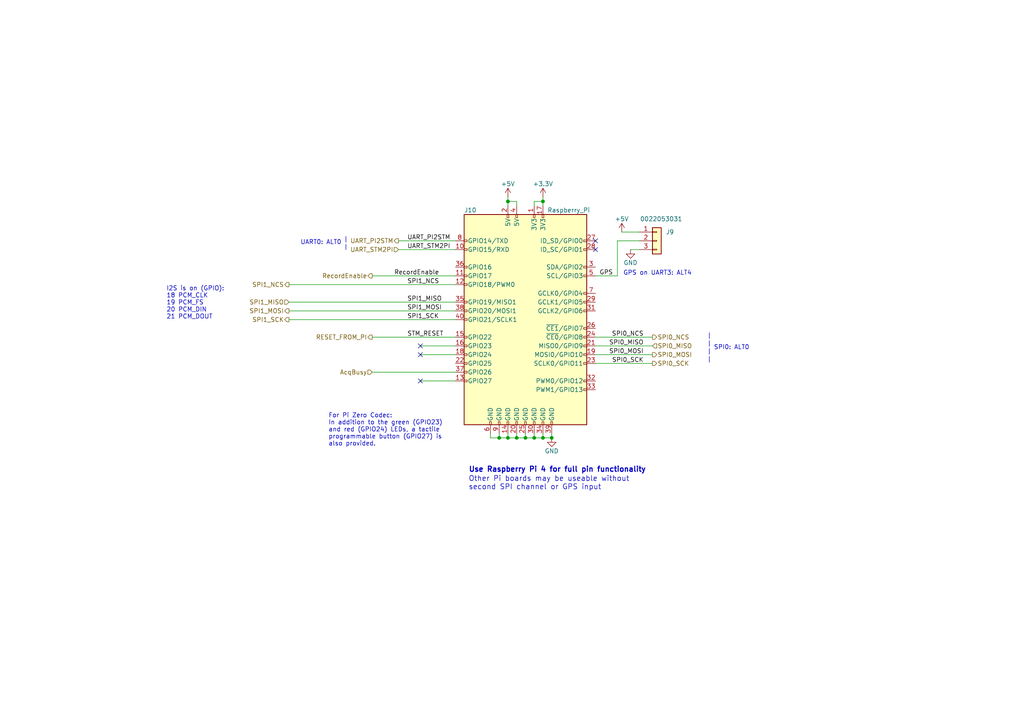
<source format=kicad_sch>
(kicad_sch (version 20230121) (generator eeschema)
  (paper "A4")
  (lib_symbols
    (symbol "Connector:Raspberry_Pi_2_3" (pin_names (offset 1.016))
      (property "Reference" "J" (at -17.78 31.75 0))
      (property "Value" "Raspberry_Pi_2_3" (at 10.16 -31.75 0))
      (symbol "Raspberry_Pi_2_3_0_1"
        (rectangle (start -17.78 30.48) (end 17.78 -30.48) (stroke (width 0.254)) (fill (type background)))
      )
      (symbol "Raspberry_Pi_2_3_1_1"
        (rectangle (start -16.891 -17.526) (end -17.78 -18.034))
        (rectangle (start -16.891 -14.986) (end -17.78 -15.494))
        (rectangle (start -16.891 -12.446) (end -17.78 -12.954))
        (rectangle (start -16.891 -9.906) (end -17.78 -10.414))
        (rectangle (start -16.891 -7.366) (end -17.78 -7.874))
        (rectangle (start -16.891 -4.826) (end -17.78 -5.334))
        (rectangle (start -16.891 0.254) (end -17.78 -0.254))
        (rectangle (start -16.891 2.794) (end -17.78 2.286))
        (rectangle (start -16.891 5.334) (end -17.78 4.826))
        (rectangle (start -16.891 10.414) (end -17.78 9.906))
        (rectangle (start -16.891 12.954) (end -17.78 12.446))
        (rectangle (start -16.891 15.494) (end -17.78 14.986))
        (rectangle (start -16.891 20.574) (end -17.78 20.066))
        (rectangle (start -16.891 23.114) (end -17.78 22.606))
        (rectangle (start -10.414 -29.591) (end -9.906 -30.48))
        (rectangle (start -7.874 -29.591) (end -7.366 -30.48))
        (rectangle (start -5.334 -29.591) (end -4.826 -30.48))
        (rectangle (start -5.334 30.48) (end -4.826 29.591))
        (rectangle (start -2.794 -29.591) (end -2.286 -30.48))
        (rectangle (start -2.794 30.48) (end -2.286 29.591))
        (rectangle (start -0.254 -29.591) (end 0.254 -30.48))
        (rectangle (start 2.286 -29.591) (end 2.794 -30.48))
        (rectangle (start 2.286 30.48) (end 2.794 29.591))
        (rectangle (start 4.826 -29.591) (end 5.334 -30.48))
        (rectangle (start 4.826 30.48) (end 5.334 29.591))
        (rectangle (start 7.366 -29.591) (end 7.874 -30.48))
        (rectangle (start 17.78 -20.066) (end 16.891 -20.574))
        (rectangle (start 17.78 -17.526) (end 16.891 -18.034))
        (rectangle (start 17.78 -12.446) (end 16.891 -12.954))
        (rectangle (start 17.78 -9.906) (end 16.891 -10.414))
        (rectangle (start 17.78 -7.366) (end 16.891 -7.874))
        (rectangle (start 17.78 -4.826) (end 16.891 -5.334))
        (rectangle (start 17.78 -2.286) (end 16.891 -2.794))
        (rectangle (start 17.78 2.794) (end 16.891 2.286))
        (rectangle (start 17.78 5.334) (end 16.891 4.826))
        (rectangle (start 17.78 7.874) (end 16.891 7.366))
        (rectangle (start 17.78 12.954) (end 16.891 12.446))
        (rectangle (start 17.78 15.494) (end 16.891 14.986))
        (rectangle (start 17.78 20.574) (end 16.891 20.066))
        (rectangle (start 17.78 23.114) (end 16.891 22.606))
        (pin power_in line (at 2.54 33.02 270) (length 2.54) (name "3V3") (number "1"))
        (pin bidirectional line (at -20.32 20.32 0) (length 2.54) (name "GPIO15/RXD") (number "10"))
        (pin bidirectional line (at -20.32 12.7 0) (length 2.54) (name "GPIO17") (number "11"))
        (pin bidirectional line (at -20.32 10.16 0) (length 2.54) (name "GPIO18/PWM0") (number "12"))
        (pin bidirectional line (at -20.32 -17.78 0) (length 2.54) (name "GPIO27") (number "13"))
        (pin power_in line (at -5.08 -33.02 90) (length 2.54) (name "GND") (number "14"))
        (pin bidirectional line (at -20.32 -5.08 0) (length 2.54) (name "GPIO22") (number "15"))
        (pin bidirectional line (at -20.32 -7.62 0) (length 2.54) (name "GPIO23") (number "16"))
        (pin power_in line (at 5.08 33.02 270) (length 2.54) (name "3V3") (number "17"))
        (pin bidirectional line (at -20.32 -10.16 0) (length 2.54) (name "GPIO24") (number "18"))
        (pin bidirectional line (at 20.32 -10.16 180) (length 2.54) (name "MOSI0/GPIO10") (number "19"))
        (pin power_in line (at -5.08 33.02 270) (length 2.54) (name "5V") (number "2"))
        (pin power_in line (at -2.54 -33.02 90) (length 2.54) (name "GND") (number "20"))
        (pin bidirectional line (at 20.32 -7.62 180) (length 2.54) (name "MISO0/GPIO9") (number "21"))
        (pin bidirectional line (at -20.32 -12.7 0) (length 2.54) (name "GPIO25") (number "22"))
        (pin bidirectional line (at 20.32 -12.7 180) (length 2.54) (name "SCLK0/GPIO11") (number "23"))
        (pin bidirectional line (at 20.32 -5.08 180) (length 2.54) (name "~{CE0}/GPIO8") (number "24"))
        (pin power_in line (at 0 -33.02 90) (length 2.54) (name "GND") (number "25"))
        (pin bidirectional line (at 20.32 -2.54 180) (length 2.54) (name "~{CE1}/GPIO7") (number "26"))
        (pin bidirectional line (at 20.32 22.86 180) (length 2.54) (name "ID_SD/GPIO0") (number "27"))
        (pin bidirectional line (at 20.32 20.32 180) (length 2.54) (name "ID_SC/GPIO1") (number "28"))
        (pin bidirectional line (at 20.32 5.08 180) (length 2.54) (name "GCLK1/GPIO5") (number "29"))
        (pin bidirectional line (at 20.32 15.24 180) (length 2.54) (name "SDA/GPIO2") (number "3"))
        (pin power_in line (at 2.54 -33.02 90) (length 2.54) (name "GND") (number "30"))
        (pin bidirectional line (at 20.32 2.54 180) (length 2.54) (name "GCLK2/GPIO6") (number "31"))
        (pin bidirectional line (at 20.32 -17.78 180) (length 2.54) (name "PWM0/GPIO12") (number "32"))
        (pin bidirectional line (at 20.32 -20.32 180) (length 2.54) (name "PWM1/GPIO13") (number "33"))
        (pin power_in line (at 5.08 -33.02 90) (length 2.54) (name "GND") (number "34"))
        (pin bidirectional line (at -20.32 5.08 0) (length 2.54) (name "GPIO19/MISO1") (number "35"))
        (pin bidirectional line (at -20.32 15.24 0) (length 2.54) (name "GPIO16") (number "36"))
        (pin bidirectional line (at -20.32 -15.24 0) (length 2.54) (name "GPIO26") (number "37"))
        (pin bidirectional line (at -20.32 2.54 0) (length 2.54) (name "GPIO20/MOSI1") (number "38"))
        (pin power_in line (at 7.62 -33.02 90) (length 2.54) (name "GND") (number "39"))
        (pin power_in line (at -2.54 33.02 270) (length 2.54) (name "5V") (number "4"))
        (pin bidirectional line (at -20.32 0 0) (length 2.54) (name "GPIO21/SCLK1") (number "40"))
        (pin bidirectional line (at 20.32 12.7 180) (length 2.54) (name "SCL/GPIO3") (number "5"))
        (pin power_in line (at -10.16 -33.02 90) (length 2.54) (name "GND") (number "6"))
        (pin bidirectional line (at 20.32 7.62 180) (length 2.54) (name "GCLK0/GPIO4") (number "7"))
        (pin bidirectional line (at -20.32 22.86 0) (length 2.54) (name "GPIO14/TXD") (number "8"))
        (pin power_in line (at -7.62 -33.02 90) (length 2.54) (name "GND") (number "9"))
      )
    )
    (symbol "Connector_Generic:Conn_01x03" (pin_names (offset 1.016) hide)
      (property "Reference" "J" (at 0 5.08 0))
      (property "Value" "Conn_01x03" (at 0 -5.08 0))
      (symbol "Conn_01x03_1_1"
        (rectangle (start -1.27 -2.413) (end 0 -2.667) (stroke (width 0.1524)))
        (rectangle (start -1.27 0.127) (end 0 -0.127) (stroke (width 0.1524)))
        (rectangle (start -1.27 2.667) (end 0 2.413) (stroke (width 0.1524)))
        (rectangle (start -1.27 3.81) (end 1.27 -3.81) (stroke (width 0.254)) (fill (type background)))
        (pin passive line (at -5.08 2.54 0) (length 3.81) (name "Pin_1") (number "1"))
        (pin passive line (at -5.08 0 0) (length 3.81) (name "Pin_2") (number "2"))
        (pin passive line (at -5.08 -2.54 0) (length 3.81) (name "Pin_3") (number "3"))
      )
    )
    (symbol "power:+3.3V" (power) (pin_names (offset 0))
      (property "Value" "+3.3V" (at 0 3.556 0))
      (symbol "+3.3V_0_1"
        (polyline (pts (xy -0.762 1.27) (xy 0 2.54)))
        (polyline (pts (xy 0 0) (xy 0 2.54)))
        (polyline (pts (xy 0 2.54) (xy 0.762 1.27)))
      )
      (symbol "+3.3V_1_1"
        (pin power_in line (at 0 0 90) (length 0) hide (name "+3.3V") (number "1"))
      )
    )
    (symbol "power:+5V" (power) (pin_names (offset 0))
      (property "Value" "+5V" (at 0 3.556 0))
      (symbol "+5V_0_1"
        (polyline (pts (xy -0.762 1.27) (xy 0 2.54)))
        (polyline (pts (xy 0 0) (xy 0 2.54)))
        (polyline (pts (xy 0 2.54) (xy 0.762 1.27)))
      )
      (symbol "+5V_1_1"
        (pin power_in line (at 0 0 90) (length 0) hide (name "+5V") (number "1"))
      )
    )
    (symbol "power:GND" (power) (pin_names (offset 0))
      (property "Value" "GND" (at 0 -3.81 0))
      (symbol "GND_0_1"
        (polyline (pts (xy 0 0) (xy 0 -1.27) (xy 1.27 -1.27) (xy 0 -2.54) (xy -1.27 -1.27) (xy 0 -1.27)))
      )
      (symbol "GND_1_1"
        (pin power_in line (at 0 0 270) (length 0) hide (name "GND") (number "1"))
      )
    )
  )
  (junction (at 144.78 127))
  (junction (at 160.02 127))
  (junction (at 154.94 127))
  (junction (at 157.48 58.42))
  (junction (at 147.32 58.42))
  (junction (at 152.4 127))
  (junction (at 147.32 127))
  (junction (at 157.48 127))
  (junction (at 149.86 127))
  (no_connect (at 121.92 110.49))
  (no_connect (at 121.92 102.87))
  (no_connect (at 172.72 72.39))
  (no_connect (at 172.72 69.85))
  (no_connect (at 121.92 100.33))
  (wire (pts (xy 180.34 67.31) (xy 185.42 67.31)))
  (wire (pts (xy 149.86 127) (xy 152.4 127)))
  (wire (pts (xy 179.07 80.01) (xy 179.07 69.85)))
  (wire (pts (xy 157.48 58.42) (xy 157.48 59.69)))
  (wire (pts (xy 152.4 127) (xy 152.4 125.73)))
  (wire (pts (xy 157.48 57.15) (xy 157.48 58.42)))
  (wire (pts (xy 147.32 58.42) (xy 147.32 59.69)))
  (wire (pts (xy 121.92 110.49) (xy 132.08 110.49)))
  (wire (pts (xy 157.48 127) (xy 160.02 127)))
  (wire (pts (xy 132.08 80.01) (xy 107.95 80.01)))
  (wire (pts (xy 107.95 97.79) (xy 132.08 97.79)))
  (wire (pts (xy 185.42 69.85) (xy 179.07 69.85)))
  (wire (pts (xy 149.86 58.42) (xy 147.32 58.42)))
  (wire (pts (xy 172.72 105.41) (xy 189.23 105.41)))
  (wire (pts (xy 147.32 127) (xy 147.32 125.73)))
  (wire (pts (xy 157.48 127) (xy 157.48 125.73)))
  (wire (pts (xy 121.92 102.87) (xy 132.08 102.87)))
  (wire (pts (xy 121.92 100.33) (xy 132.08 100.33)))
  (wire (pts (xy 149.86 59.69) (xy 149.86 58.42)))
  (polyline (pts (xy 205.74 96.52) (xy 205.74 105.41)) (stroke (width 0) (type dash)))
  (wire (pts (xy 172.72 100.33) (xy 189.23 100.33)))
  (wire (pts (xy 154.94 59.69) (xy 154.94 58.42)))
  (wire (pts (xy 147.32 57.15) (xy 147.32 58.42)))
  (wire (pts (xy 144.78 127) (xy 147.32 127)))
  (wire (pts (xy 152.4 127) (xy 154.94 127)))
  (wire (pts (xy 154.94 127) (xy 157.48 127)))
  (wire (pts (xy 149.86 127) (xy 149.86 125.73)))
  (wire (pts (xy 83.82 87.63) (xy 132.08 87.63)))
  (wire (pts (xy 132.08 69.85) (xy 115.57 69.85)))
  (wire (pts (xy 147.32 127) (xy 149.86 127)))
  (wire (pts (xy 154.94 58.42) (xy 157.48 58.42)))
  (wire (pts (xy 132.08 90.17) (xy 83.82 90.17)))
  (wire (pts (xy 132.08 72.39) (xy 115.57 72.39)))
  (wire (pts (xy 83.82 82.55) (xy 132.08 82.55)))
  (polyline (pts (xy 100.33 68.58) (xy 100.33 72.39)) (stroke (width 0) (type dash)))
  (wire (pts (xy 132.08 107.95) (xy 107.95 107.95)))
  (wire (pts (xy 182.88 72.39) (xy 185.42 72.39)))
  (wire (pts (xy 172.72 102.87) (xy 189.23 102.87)))
  (wire (pts (xy 132.08 92.71) (xy 83.82 92.71)))
  (wire (pts (xy 160.02 127) (xy 160.02 125.73)))
  (wire (pts (xy 154.94 127) (xy 154.94 125.73)))
  (wire (pts (xy 172.72 97.79) (xy 189.23 97.79)))
  (wire (pts (xy 144.78 127) (xy 144.78 125.73)))
  (wire (pts (xy 142.24 125.73) (xy 142.24 127)))
  (wire (pts (xy 142.24 127) (xy 144.78 127)))
  (wire (pts (xy 179.07 80.01) (xy 172.72 80.01)))
  (text "Other Pi boards may be useable without \nsecond SPI channel or GPS input" (at 135.89 142.24 0) (effects (font (size 1.5 1.5)) (justify left bottom)))
  (text "Use Raspberry Pi 4 for full pin functionality" (at 135.89 137.16 0) (effects (font (size 1.5 1.5) (thickness 0.3) bold) (justify left bottom)))
  (text "SPI0: ALT0" (at 207.01 101.6 0) (effects (font (size 1.27 1.27)) (justify left bottom)))
  (text "I2S is on (GPIO):\n18 PCM_CLK\n19 PCM_FS\n20 PCM_DIN\n21 PCM_DOUT" (at 48.26 92.71 0) (effects (font (size 1.27 1.27)) (justify left bottom)))
  (text "UART0: ALT0" (at 99.06 71.12 0) (effects (font (size 1.27 1.27)) (justify right bottom)))
  (text "GPS on UART3: ALT4" (at 200.66 80.01 0) (effects (font (size 1.27 1.27)) (justify right bottom)))
  (text "For Pi Zero Codec:\nIn addition to the green (GPIO23) \nand red (GPIO24) LEDs, a tactile \nprogrammable button (GPIO27) is \nalso provided." (at 95.25 129.54 0) (effects (font (size 1.27 1.27)) (justify left bottom)))
  (label "SPI0_SCK" (at 186.69 105.41 180))
  (label "SPI1_NCS" (at 118.11 82.55 0))
  (label "UART_STM2PI" (at 118.11 72.39 0))
  (label "RecordEnable" (at 114.3 80.01 0))
  (label "SPI1_SCK" (at 118.11 92.71 0))
  (label "STM_RESET" (at 118.11 97.79 0))
  (label "GPS" (at 177.8 80.01 180))
  (label "SPI1_MOSI" (at 118.11 90.17 0))
  (label "SPI0_MOSI" (at 186.69 102.87 180))
  (label "UART_PI2STM" (at 118.11 69.85 0))
  (label "SPI1_MISO" (at 118.11 87.63 0))
  (label "SPI0_MISO" (at 186.69 100.33 180))
  (label "SPI0_NCS" (at 186.69 97.79 180))
  (hierarchical_label "SPI1_MISO" (shape input) (at 83.82 87.63 180))
  (hierarchical_label "RecordEnable" (shape output) (at 107.95 80.01 180))
  (hierarchical_label "SPI0_NCS" (shape output) (at 189.23 97.79 0))
  (hierarchical_label "SPI0_MISO" (shape input) (at 189.23 100.33 0))
  (hierarchical_label "SPI1_MOSI" (shape output) (at 83.82 90.17 180))
  (hierarchical_label "UART_STM2PI" (shape input) (at 115.57 72.39 180))
  (hierarchical_label "UART_PI2STM" (shape output) (at 115.57 69.85 180))
  (hierarchical_label "SPI0_SCK" (shape output) (at 189.23 105.41 0))
  (hierarchical_label "RESET_FROM_PI" (shape output) (at 107.95 97.79 180))
  (hierarchical_label "SPI1_SCK" (shape output) (at 83.82 92.71 180))
  (hierarchical_label "SPI0_MOSI" (shape output) (at 189.23 102.87 0))
  (hierarchical_label "AcqBusy" (shape input) (at 107.95 107.95 180))
  (hierarchical_label "SPI1_NCS" (shape output) (at 83.82 82.55 180))
  (symbol (lib_id "Connector_Generic:Conn_01x03") (at 190.5 69.85 0) (unit 1)
    (property "Reference" "J9" (at 194.31 67.31 0))
    (property "Value" "0022053031" (at 191.77 63.5 0))
    (property "Footprint" "projectlib:CONN_A-7478-03A_MOL" (effects hide))
    (property "MFG" "Molex" (effects hide))
    (property "PN" "0022053031" (effects hide))
    (property "DIGI" "WM4301-ND" (effects hide))
  )
  (symbol (lib_id "power:GND") (at 160.02 127 0) (unit 1)
    (property "Reference" "#PWR054" (effects hide))
    (property "Value" "GND" (at 160.02 130.81 0))
  )
  (symbol (lib_id "power:GND") (at 182.88 72.39 0) (mirror y) (unit 1)
    (property "Reference" "#PWR053" (effects hide))
    (property "Value" "GND" (at 182.88 76.2 0))
  )
  (symbol (lib_id "power:+3.3V") (at 157.48 57.15 0) (unit 1)
    (property "Reference" "#PWR051" (effects hide))
    (property "Value" "+3.3V" (at 157.48 53.34 0))
  )
  (symbol (lib_id "Connector:Raspberry_Pi_2_3") (at 152.4 92.71 0) (unit 1)
    (property "Reference" "J10" (at 134.62 60.96 0) (effects (justify left)))
    (property "Value" "Raspberry_Pi" (at 158.75 60.96 0) (effects (justify left)))
    (property "Footprint" "Connector_PinSocket_2.54mm:PinSocket_2x20_P2.54mm_Vertical" (effects hide))
    (property "Datasheet" "https://www.raspberrypi.org/documentation/hardware/raspberrypi/schematics/rpi_SCH_3bplus_1p0_reduced.pdf" (effects hide))
    (property "MFG" "SparkFun Electronics" (effects hide))
    (property "PN" "PRT-16763" (effects hide))
    (property "DIGI" "1568-PRT-16763-ND" (effects hide))
  )
  (symbol (lib_id "power:+5V") (at 147.32 57.15 0) (unit 1)
    (property "Reference" "#PWR050" (effects hide))
    (property "Value" "+5V" (at 147.32 53.34 0))
  )
  (symbol (lib_id "power:+5V") (at 180.34 67.31 0) (mirror y) (unit 1)
    (property "Reference" "#PWR052" (effects hide))
    (property "Value" "+5V" (at 180.34 63.5 0))
  )
)
</source>
